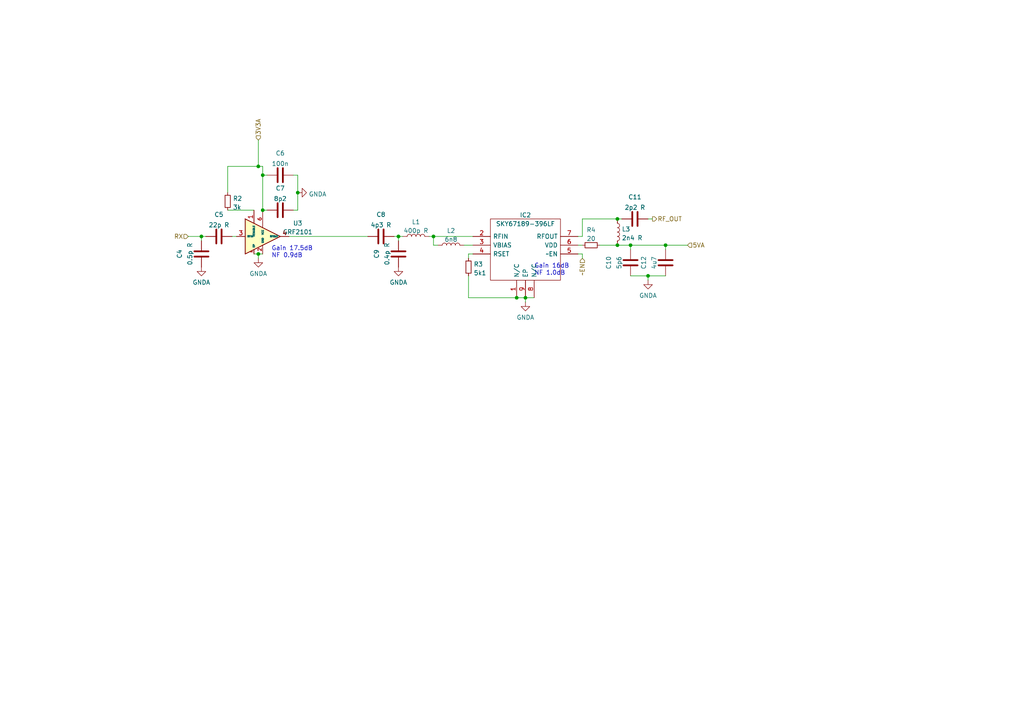
<source format=kicad_sch>
(kicad_sch (version 20211123) (generator eeschema)
  (paper "A4")
  (lib_symbols
    (symbol "Device:C" (pin_numbers hide) (pin_names (offset 0.254))
      (property "Reference" "C" (at 0.635 2.54 0))
      (property "Value" "C" (at 0.635 -2.54 0))
      (symbol "C_0_1"
        (polyline (pts (xy -2.032 -0.762) (xy 2.032 -0.762)) (stroke (width 0.508)))
        (polyline (pts (xy -2.032 0.762) (xy 2.032 0.762)) (stroke (width 0.508)))
      )
      (symbol "C_1_1"
        (pin passive line (at 0 3.81 270) (length 2.794) (name "~") (number "1"))
        (pin passive line (at 0 -3.81 90) (length 2.794) (name "~") (number "2"))
      )
    )
    (symbol "Device:L" (pin_numbers hide) (pin_names (offset 1.016) hide)
      (property "Reference" "L" (at -1.27 0 90))
      (property "Value" "L" (at 1.905 0 90))
      (symbol "L_0_1"
        (arc (start 0 -2.54) (mid 0.635 -1.905) (end 0 -1.27))
        (arc (start 0 -1.27) (mid 0.635 -0.635) (end 0 0))
        (arc (start 0 0) (mid 0.635 0.635) (end 0 1.27))
        (arc (start 0 1.27) (mid 0.635 1.905) (end 0 2.54))
      )
      (symbol "L_1_1"
        (pin passive line (at 0 3.81 270) (length 1.27) (name "1") (number "1"))
        (pin passive line (at 0 -3.81 90) (length 1.27) (name "2") (number "2"))
      )
    )
    (symbol "Device:R_Small" (pin_numbers hide) (pin_names (offset 0.254) hide)
      (property "Reference" "R" (at 0.762 0.508 0))
      (property "Value" "R_Small" (at 0.762 -1.016 0))
      (symbol "R_Small_0_1"
        (rectangle (start -0.762 1.778) (end 0.762 -1.778) (stroke (width 0.2032)))
      )
      (symbol "R_Small_1_1"
        (pin passive line (at 0 2.54 270) (length 0.762) (name "~") (number "1"))
        (pin passive line (at 0 -2.54 90) (length 0.762) (name "~") (number "2"))
      )
    )
    (symbol "GRF2101:GRF2101"
      (property "Reference" "U" (at 6.35 2.54 0))
      (property "Value" "GRF2101" (at 7.62 5.08 0))
      (symbol "GRF2101_0_1"
        (polyline (pts (xy -3.81 5.08) (xy -3.81 -2.54) (xy -3.81 -5.08) (xy 6.35 0) (xy -3.81 5.08)) (stroke (width 0.254)) (fill (type background)))
      )
      (symbol "GRF2101_1_1"
        (pin input line (at -1.27 7.62 270) (length 3.81) (name "VENABLE") (number "1"))
        (pin power_in line (at 1.27 -5.08 90) (length 2.54) (name "GND") (number "2"))
        (pin input line (at -6.35 0 0) (length 2.54) (name "RFIN") (number "3"))
        (pin output line (at 8.89 0 180) (length 2.54) (name "RFOUT") (number "4"))
        (pin passive line (at 1.27 -5.08 90) (length 2.54) hide (name "GND") (number "5"))
        (pin power_in line (at 1.27 7.62 270) (length 5.08) (name "VCC") (number "6"))
        (pin passive line (at -1.27 -5.08 90) (length 1.27) (name "EP") (number "7"))
      )
    )
    (symbol "SKY67189-396LF:SKY67189-396LF" (pin_names (offset 0.762))
      (property "Reference" "IC" (at 26.67 10.16 0))
      (property "Value" "SKY67189-396LF" (at 26.67 7.62 0))
      (symbol "SKY67189-396LF_0_0"
        (pin passive line (at 12.7 -17.78 90) (length 5.08) (name "N/C") (number "1"))
        (pin passive line (at 0 0 0) (length 5.08) (name "RFIN") (number "2"))
        (pin passive line (at 0 -2.54 0) (length 5.08) (name "VBIAS") (number "3"))
        (pin passive line (at 0 -5.08 0) (length 5.08) (name "RSET") (number "4"))
        (pin passive line (at 30.48 -5.08 180) (length 5.08) (name "~EN") (number "5"))
        (pin passive line (at 30.48 -2.54 180) (length 5.08) (name "VDD") (number "6"))
        (pin passive line (at 30.48 0 180) (length 5.08) (name "RFOUT") (number "7"))
        (pin passive line (at 17.78 -17.78 90) (length 5.08) (name "N/C") (number "8"))
        (pin passive line (at 15.24 -17.78 90) (length 5.08) (name "EP") (number "9"))
      )
      (symbol "SKY67189-396LF_0_1"
        (polyline (pts (xy 5.08 5.08) (xy 25.4 5.08) (xy 25.4 -12.7) (xy 5.08 -12.7) (xy 5.08 5.08)) (stroke (width 0.1524)))
      )
    )
    (symbol "power:GNDA" (power) (pin_names (offset 0))
      (property "Value" "GNDA" (at 0 -3.81 0))
      (symbol "GNDA_0_1"
        (polyline (pts (xy 0 0) (xy 0 -1.27) (xy 1.27 -1.27) (xy 0 -2.54) (xy -1.27 -1.27) (xy 0 -1.27)))
      )
      (symbol "GNDA_1_1"
        (pin power_in line (at 0 0 270) (length 0) hide (name "GNDA") (number "1"))
      )
    )
  )
  (junction (at 74.93 73.66))
  (junction (at 179.07 63.5))
  (junction (at 125.73 68.58))
  (junction (at 58.42 68.58))
  (junction (at 76.2 60.96))
  (junction (at 76.2 50.8))
  (junction (at 187.96 80.01))
  (junction (at 182.88 71.12))
  (junction (at 115.57 68.58))
  (junction (at 193.04 71.12))
  (junction (at 149.86 86.36))
  (junction (at 179.07 71.12))
  (junction (at 74.93 48.26))
  (junction (at 152.4 86.36))
  (junction (at 86.36 55.88))
  (wire (pts (xy 74.93 74.93) (xy 74.93 73.66)))
  (wire (pts (xy 66.04 48.26) (xy 66.04 55.88)))
  (wire (pts (xy 187.96 80.01) (xy 193.04 80.01)))
  (wire (pts (xy 179.07 63.5) (xy 168.91 63.5)))
  (wire (pts (xy 86.36 55.88) (xy 86.36 50.8)))
  (wire (pts (xy 74.93 40.64) (xy 74.93 48.26)))
  (wire (pts (xy 135.89 86.36) (xy 149.86 86.36)))
  (wire (pts (xy 187.96 81.28) (xy 187.96 80.01)))
  (wire (pts (xy 179.07 71.12) (xy 182.88 71.12)))
  (wire (pts (xy 124.46 68.58) (xy 125.73 68.58)))
  (wire (pts (xy 127 71.12) (xy 125.73 71.12)))
  (wire (pts (xy 168.91 68.58) (xy 167.64 68.58)))
  (wire (pts (xy 115.57 68.58) (xy 116.84 68.58)))
  (wire (pts (xy 168.91 73.66) (xy 168.91 74.93)))
  (wire (pts (xy 114.3 68.58) (xy 115.57 68.58)))
  (wire (pts (xy 54.61 68.58) (xy 58.42 68.58)))
  (wire (pts (xy 83.82 68.58) (xy 106.68 68.58)))
  (wire (pts (xy 76.2 48.26) (xy 76.2 50.8)))
  (wire (pts (xy 149.86 86.36) (xy 152.4 86.36)))
  (wire (pts (xy 167.64 73.66) (xy 168.91 73.66)))
  (wire (pts (xy 168.91 63.5) (xy 168.91 68.58)))
  (wire (pts (xy 179.07 63.5) (xy 180.34 63.5)))
  (wire (pts (xy 74.93 73.66) (xy 73.66 73.66)))
  (wire (pts (xy 66.04 60.96) (xy 73.66 60.96)))
  (wire (pts (xy 115.57 68.58) (xy 115.57 69.85)))
  (wire (pts (xy 182.88 71.12) (xy 182.88 72.39)))
  (wire (pts (xy 168.91 71.12) (xy 167.64 71.12)))
  (wire (pts (xy 58.42 68.58) (xy 58.42 69.85)))
  (wire (pts (xy 76.2 48.26) (xy 74.93 48.26)))
  (wire (pts (xy 74.93 73.66) (xy 76.2 73.66)))
  (wire (pts (xy 77.47 50.8) (xy 76.2 50.8)))
  (wire (pts (xy 125.73 68.58) (xy 137.16 68.58)))
  (wire (pts (xy 76.2 50.8) (xy 76.2 60.96)))
  (wire (pts (xy 86.36 60.96) (xy 86.36 55.88)))
  (wire (pts (xy 152.4 86.36) (xy 154.94 86.36)))
  (wire (pts (xy 85.09 60.96) (xy 86.36 60.96)))
  (wire (pts (xy 182.88 71.12) (xy 193.04 71.12)))
  (wire (pts (xy 135.89 80.01) (xy 135.89 86.36)))
  (wire (pts (xy 67.31 68.58) (xy 68.58 68.58)))
  (wire (pts (xy 86.36 50.8) (xy 85.09 50.8)))
  (wire (pts (xy 152.4 87.63) (xy 152.4 86.36)))
  (wire (pts (xy 66.04 48.26) (xy 74.93 48.26)))
  (wire (pts (xy 77.47 60.96) (xy 76.2 60.96)))
  (wire (pts (xy 125.73 68.58) (xy 125.73 71.12)))
  (wire (pts (xy 193.04 71.12) (xy 199.39 71.12)))
  (wire (pts (xy 58.42 68.58) (xy 59.69 68.58)))
  (wire (pts (xy 134.62 71.12) (xy 137.16 71.12)))
  (wire (pts (xy 182.88 80.01) (xy 187.96 80.01)))
  (wire (pts (xy 137.16 73.66) (xy 135.89 73.66)))
  (wire (pts (xy 189.23 63.5) (xy 187.96 63.5)))
  (wire (pts (xy 193.04 71.12) (xy 193.04 72.39)))
  (wire (pts (xy 173.99 71.12) (xy 179.07 71.12)))
  (wire (pts (xy 135.89 73.66) (xy 135.89 74.93)))
  (text "Gain 16dB\nNF 1.0dB" (at 154.94 80.01 0) (effects (font (size 1.27 1.27)) (justify left bottom)))
  (text "Gain 17.5dB\nNF 0.9dB" (at 78.74 74.93 0) (effects (font (size 1.27 1.27)) (justify left bottom)))
  (hierarchical_label "RF_OUT" (shape output) (at 189.23 63.5 0))
  (hierarchical_label "3V3A" (shape input) (at 74.93 40.64 90))
  (hierarchical_label "5VA" (shape input) (at 199.39 71.12 0))
  (hierarchical_label "RX" (shape input) (at 54.61 68.58 180))
  (hierarchical_label "~EN" (shape input) (at 168.91 74.93 270))
  (symbol (lib_id "Device:C") (at 81.28 60.96 90) (unit 1) (on_board no)
    (property "Reference" "C7" (at 81.28 54.61 90))
    (property "Value" "8p2" (at 81.28 57.6381 90))
    (property "Footprint" "Capacitor_SMD:C_0402_1005Metric" (effects hide))
  )
  (symbol (lib_id "power:GNDA") (at 115.57 77.47 0) (unit 1)
    (property "Reference" "#PWR0116" (effects hide))
    (property "Value" "GNDA" (at 115.57 81.9134 0))
  )
  (symbol (lib_id "Device:C") (at 184.15 63.5 90) (unit 1)
    (property "Reference" "C11" (at 184.15 57.15 90))
    (property "Value" "2p2 R" (at 184.15 60.1781 90))
    (property "Footprint" "Capacitor_SMD:C_0402_1005Metric" (effects hide))
  )
  (symbol (lib_id "Device:L") (at 120.65 68.58 90) (unit 1)
    (property "Reference" "L1" (at 120.65 64.3722 90))
    (property "Value" "400p R" (at 120.65 66.9091 90))
    (property "Footprint" "Inductor_SMD:L_0402_1005Metric" (effects hide))
  )
  (symbol (lib_id "Device:C") (at 182.88 76.2 180) (unit 1)
    (property "Reference" "C10" (at 176.53 76.2 90))
    (property "Value" "5p6" (at 179.5581 76.2 90))
    (property "Footprint" "Capacitor_SMD:C_0402_1005Metric" (effects hide))
  )
  (symbol (lib_id "GRF2101:GRF2101") (at 74.93 68.58 0) (unit 1)
    (property "Reference" "U3" (at 86.3547 64.7533 0))
    (property "Value" "GRF2101" (at 86.3547 67.2902 0))
    (property "Footprint" "GRF2101:DFN-6-1.5x1.5_1EP" (effects hide))
  )
  (symbol (lib_id "Device:L") (at 179.07 67.31 0) (unit 1)
    (property "Reference" "L3" (at 180.34 66.4753 0) (effects (justify left)))
    (property "Value" "2n4 R" (at 180.34 69.0122 0) (effects (justify left)))
    (property "Footprint" "Inductor_SMD:L_0402_1005Metric" (effects hide))
  )
  (symbol (lib_id "power:GNDA") (at 74.93 74.93 0) (unit 1)
    (property "Reference" "#PWR0111" (effects hide))
    (property "Value" "GNDA" (at 74.93 79.3734 0))
  )
  (symbol (lib_id "Device:R_Small") (at 171.45 71.12 90) (unit 1)
    (property "Reference" "R4" (at 171.45 66.6836 90))
    (property "Value" "20" (at 171.45 69.2205 90))
    (property "Footprint" "Resistor_SMD:R_0402_1005Metric" (effects hide))
  )
  (symbol (lib_id "Device:R_Small") (at 135.89 77.47 0) (unit 1)
    (property "Reference" "R3" (at 137.3886 76.6353 0) (effects (justify left)))
    (property "Value" "5k1" (at 137.3886 79.1722 0) (effects (justify left)))
    (property "Footprint" "Resistor_SMD:R_0402_1005Metric" (effects hide))
  )
  (symbol (lib_id "power:GNDA") (at 86.36 55.88 90) (unit 1)
    (property "Reference" "#PWR0112" (effects hide))
    (property "Value" "GNDA" (at 89.535 56.3138 90) (effects (justify right)))
  )
  (symbol (lib_id "Device:C") (at 58.42 73.66 180) (unit 1)
    (property "Reference" "C4" (at 52.07 73.66 90))
    (property "Value" "0.5p R" (at 55.0981 73.66 90))
    (property "Footprint" "Capacitor_SMD:C_0402_1005Metric" (effects hide))
  )
  (symbol (lib_id "Device:C") (at 81.28 50.8 90) (unit 1)
    (property "Reference" "C6" (at 81.28 44.45 90))
    (property "Value" "100n" (at 81.28 47.4781 90))
    (property "Footprint" "Capacitor_SMD:C_0402_1005Metric" (effects hide))
  )
  (symbol (lib_id "power:GNDA") (at 58.42 77.47 0) (unit 1)
    (property "Reference" "#PWR0113" (effects hide))
    (property "Value" "GNDA" (at 58.42 81.9134 0))
  )
  (symbol (lib_id "Device:C") (at 193.04 76.2 180) (unit 1)
    (property "Reference" "C12" (at 186.69 76.2 90))
    (property "Value" "4u7" (at 189.7181 76.2 90))
    (property "Footprint" "Capacitor_SMD:C_0603_1608Metric" (effects hide))
  )
  (symbol (lib_id "power:GNDA") (at 152.4 87.63 0) (unit 1)
    (property "Reference" "#PWR0117" (effects hide))
    (property "Value" "GNDA" (at 152.4 92.0734 0))
  )
  (symbol (lib_id "power:GNDA") (at 187.96 81.28 0) (unit 1)
    (property "Reference" "#PWR0115" (effects hide))
    (property "Value" "GNDA" (at 187.96 85.7234 0))
  )
  (symbol (lib_id "Device:R_Small") (at 66.04 58.42 180) (unit 1)
    (property "Reference" "R2" (at 67.5386 57.5853 0) (effects (justify right)))
    (property "Value" "3k" (at 67.5386 60.1222 0) (effects (justify right)))
    (property "Footprint" "Resistor_SMD:R_0402_1005Metric" (effects hide))
  )
  (symbol (lib_id "Device:C") (at 63.5 68.58 90) (unit 1)
    (property "Reference" "C5" (at 63.5 62.23 90))
    (property "Value" "22p R" (at 63.5 65.2581 90))
    (property "Footprint" "Capacitor_SMD:C_0402_1005Metric" (effects hide))
  )
  (symbol (lib_id "Device:C") (at 115.57 73.66 180) (unit 1)
    (property "Reference" "C9" (at 109.22 73.66 90))
    (property "Value" "0.4p R" (at 112.2481 73.66 90))
    (property "Footprint" "Capacitor_SMD:C_0402_1005Metric" (effects hide))
  )
  (symbol (lib_id "SKY67189-396LF:SKY67189-396LF") (at 137.16 68.58 0) (unit 1)
    (property "Reference" "IC2" (at 152.4 62.391 0))
    (property "Value" "SKY67189-396LF" (at 152.4 64.9279 0))
    (property "Footprint" "Package_SON:WSON-8-1EP_2x2mm_P0.5mm_EP0.9x1.6mm" (effects hide))
    (property "Description" "RF Amplifier" (effects hide))
    (property "Height" "0.8" (effects hide))
    (property "Mouser Part Number" "873-SKY67189-396LF" (effects hide))
    (property "Mouser Price/Stock" "https://www.mouser.co.uk/ProductDetail/Skyworks-Solutions-Inc/SKY67189-396LF?qs=vmHwEFxEFR%252BwpGQU584Y7g%3D%3D" (effects hide))
    (property "Manufacturer_Name" "Skyworks" (effects hide))
    (property "Manufacturer_Part_Number" "SKY67189-396LF" (effects hide))
  )
  (symbol (lib_id "Device:L") (at 130.81 71.12 90) (unit 1)
    (property "Reference" "L2" (at 130.81 66.9122 90))
    (property "Value" "6n8" (at 130.81 69.4491 90))
    (property "Footprint" "Inductor_SMD:L_0402_1005Metric" (effects hide))
  )
  (symbol (lib_id "Device:C") (at 110.49 68.58 90) (unit 1)
    (property "Reference" "C8" (at 110.49 62.23 90))
    (property "Value" "4p3 R" (at 110.49 65.2581 90))
    (property "Footprint" "Capacitor_SMD:C_0402_1005Metric" (effects hide))
  )
)
</source>
